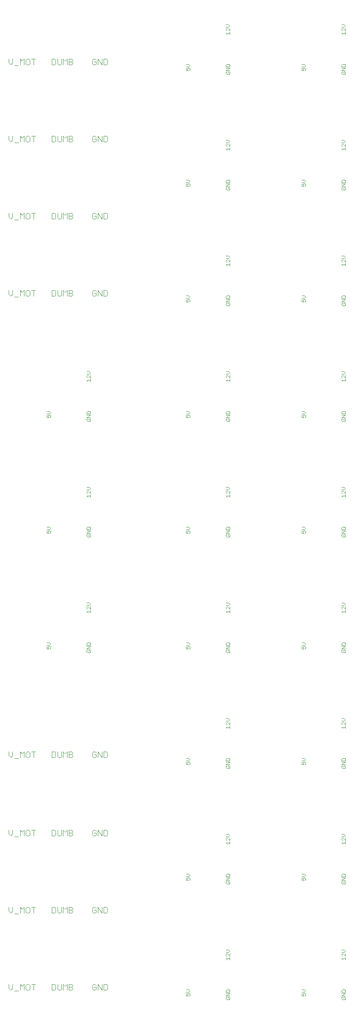
<source format=gto>
G75*
%MOIN*%
%OFA0B0*%
%FSLAX24Y24*%
%IPPOS*%
%LPD*%
%AMOC8*
5,1,8,0,0,1.08239X$1,22.5*
%
%ADD10C,0.0030*%
%ADD11C,0.0040*%
D10*
X028123Y041558D02*
X028317Y041558D01*
X028365Y041607D01*
X028365Y041703D01*
X028317Y041752D01*
X028220Y041752D01*
X028220Y041655D01*
X028123Y041558D02*
X028075Y041607D01*
X028075Y041703D01*
X028123Y041752D01*
X028075Y041853D02*
X028365Y042046D01*
X028075Y042046D01*
X028075Y042148D02*
X028075Y042293D01*
X028123Y042341D01*
X028317Y042341D01*
X028365Y042293D01*
X028365Y042148D01*
X028075Y042148D01*
X028075Y041853D02*
X028365Y041853D01*
X028365Y044758D02*
X028365Y044952D01*
X028365Y044855D02*
X028075Y044855D01*
X028172Y044758D01*
X028123Y045053D02*
X028075Y045101D01*
X028075Y045198D01*
X028123Y045246D01*
X028172Y045246D01*
X028365Y045053D01*
X028365Y045246D01*
X028268Y045348D02*
X028365Y045444D01*
X028268Y045541D01*
X028075Y045541D01*
X028075Y045348D02*
X028268Y045348D01*
X025165Y042250D02*
X025068Y042346D01*
X024875Y042346D01*
X024875Y042153D02*
X025068Y042153D01*
X025165Y042250D01*
X025117Y042052D02*
X025165Y042003D01*
X025165Y041907D01*
X025117Y041858D01*
X025020Y041858D02*
X024972Y041955D01*
X024972Y042003D01*
X025020Y042052D01*
X025117Y042052D01*
X025020Y041858D02*
X024875Y041858D01*
X024875Y042052D01*
X024875Y051158D02*
X025020Y051158D01*
X024972Y051255D01*
X024972Y051303D01*
X025020Y051352D01*
X025117Y051352D01*
X025165Y051303D01*
X025165Y051207D01*
X025117Y051158D01*
X024875Y051158D02*
X024875Y051352D01*
X024875Y051453D02*
X025068Y051453D01*
X025165Y051550D01*
X025068Y051646D01*
X024875Y051646D01*
X028075Y051593D02*
X028075Y051448D01*
X028365Y051448D01*
X028365Y051593D01*
X028317Y051641D01*
X028123Y051641D01*
X028075Y051593D01*
X028075Y051346D02*
X028365Y051346D01*
X028075Y051153D01*
X028365Y051153D01*
X028317Y051052D02*
X028220Y051052D01*
X028220Y050955D01*
X028317Y050858D02*
X028365Y050907D01*
X028365Y051003D01*
X028317Y051052D01*
X028317Y050858D02*
X028123Y050858D01*
X028075Y050907D01*
X028075Y051003D01*
X028123Y051052D01*
X028172Y054058D02*
X028075Y054155D01*
X028365Y054155D01*
X028365Y054058D02*
X028365Y054252D01*
X028365Y054353D02*
X028172Y054546D01*
X028123Y054546D01*
X028075Y054498D01*
X028075Y054401D01*
X028123Y054353D01*
X028365Y054353D02*
X028365Y054546D01*
X028268Y054648D02*
X028365Y054744D01*
X028268Y054841D01*
X028075Y054841D01*
X028075Y054648D02*
X028268Y054648D01*
X028317Y060158D02*
X028365Y060207D01*
X028365Y060303D01*
X028317Y060352D01*
X028220Y060352D01*
X028220Y060255D01*
X028123Y060158D02*
X028317Y060158D01*
X028123Y060158D02*
X028075Y060207D01*
X028075Y060303D01*
X028123Y060352D01*
X028075Y060453D02*
X028365Y060646D01*
X028075Y060646D01*
X028075Y060748D02*
X028075Y060893D01*
X028123Y060941D01*
X028317Y060941D01*
X028365Y060893D01*
X028365Y060748D01*
X028075Y060748D01*
X028075Y060453D02*
X028365Y060453D01*
X028365Y063358D02*
X028365Y063552D01*
X028365Y063455D02*
X028075Y063455D01*
X028172Y063358D01*
X028123Y063653D02*
X028075Y063701D01*
X028075Y063798D01*
X028123Y063846D01*
X028172Y063846D01*
X028365Y063653D01*
X028365Y063846D01*
X028268Y063948D02*
X028365Y064044D01*
X028268Y064141D01*
X028075Y064141D01*
X028075Y063948D02*
X028268Y063948D01*
X025165Y060850D02*
X025068Y060946D01*
X024875Y060946D01*
X024875Y060753D02*
X025068Y060753D01*
X025165Y060850D01*
X025117Y060652D02*
X025165Y060603D01*
X025165Y060507D01*
X025117Y060458D01*
X025020Y060458D02*
X024972Y060555D01*
X024972Y060603D01*
X025020Y060652D01*
X025117Y060652D01*
X025020Y060458D02*
X024875Y060458D01*
X024875Y060652D01*
X036075Y060652D02*
X036075Y060458D01*
X036220Y060458D01*
X036172Y060555D01*
X036172Y060603D01*
X036220Y060652D01*
X036317Y060652D01*
X036365Y060603D01*
X036365Y060507D01*
X036317Y060458D01*
X036268Y060753D02*
X036365Y060850D01*
X036268Y060946D01*
X036075Y060946D01*
X036075Y060753D02*
X036268Y060753D01*
X039275Y060748D02*
X039275Y060893D01*
X039323Y060941D01*
X039517Y060941D01*
X039565Y060893D01*
X039565Y060748D01*
X039275Y060748D01*
X039275Y060646D02*
X039565Y060646D01*
X039275Y060453D01*
X039565Y060453D01*
X039517Y060352D02*
X039420Y060352D01*
X039420Y060255D01*
X039517Y060158D02*
X039565Y060207D01*
X039565Y060303D01*
X039517Y060352D01*
X039517Y060158D02*
X039323Y060158D01*
X039275Y060207D01*
X039275Y060303D01*
X039323Y060352D01*
X039372Y063358D02*
X039275Y063455D01*
X039565Y063455D01*
X039565Y063358D02*
X039565Y063552D01*
X039565Y063653D02*
X039372Y063846D01*
X039323Y063846D01*
X039275Y063798D01*
X039275Y063701D01*
X039323Y063653D01*
X039565Y063653D02*
X039565Y063846D01*
X039468Y063948D02*
X039565Y064044D01*
X039468Y064141D01*
X039275Y064141D01*
X039275Y063948D02*
X039468Y063948D01*
X039517Y069458D02*
X039565Y069507D01*
X039565Y069603D01*
X039517Y069652D01*
X039420Y069652D01*
X039420Y069555D01*
X039323Y069458D02*
X039517Y069458D01*
X039323Y069458D02*
X039275Y069507D01*
X039275Y069603D01*
X039323Y069652D01*
X039275Y069753D02*
X039565Y069946D01*
X039275Y069946D01*
X039275Y070048D02*
X039275Y070193D01*
X039323Y070241D01*
X039517Y070241D01*
X039565Y070193D01*
X039565Y070048D01*
X039275Y070048D01*
X039275Y069753D02*
X039565Y069753D01*
X039565Y072658D02*
X039565Y072852D01*
X039565Y072755D02*
X039275Y072755D01*
X039372Y072658D01*
X039323Y072953D02*
X039275Y073001D01*
X039275Y073098D01*
X039323Y073146D01*
X039372Y073146D01*
X039565Y072953D01*
X039565Y073146D01*
X039468Y073248D02*
X039565Y073344D01*
X039468Y073441D01*
X039275Y073441D01*
X039275Y073248D02*
X039468Y073248D01*
X036365Y070150D02*
X036268Y070246D01*
X036075Y070246D01*
X036075Y070053D02*
X036268Y070053D01*
X036365Y070150D01*
X036317Y069952D02*
X036365Y069903D01*
X036365Y069807D01*
X036317Y069758D01*
X036220Y069758D02*
X036172Y069855D01*
X036172Y069903D01*
X036220Y069952D01*
X036317Y069952D01*
X036220Y069758D02*
X036075Y069758D01*
X036075Y069952D01*
X036075Y079058D02*
X036220Y079058D01*
X036172Y079155D01*
X036172Y079203D01*
X036220Y079252D01*
X036317Y079252D01*
X036365Y079203D01*
X036365Y079107D01*
X036317Y079058D01*
X036075Y079058D02*
X036075Y079252D01*
X036075Y079353D02*
X036268Y079353D01*
X036365Y079450D01*
X036268Y079546D01*
X036075Y079546D01*
X039275Y079493D02*
X039275Y079348D01*
X039565Y079348D01*
X039565Y079493D01*
X039517Y079541D01*
X039323Y079541D01*
X039275Y079493D01*
X039275Y079246D02*
X039565Y079246D01*
X039275Y079053D01*
X039565Y079053D01*
X039517Y078952D02*
X039420Y078952D01*
X039420Y078855D01*
X039517Y078758D02*
X039565Y078807D01*
X039565Y078903D01*
X039517Y078952D01*
X039517Y078758D02*
X039323Y078758D01*
X039275Y078807D01*
X039275Y078903D01*
X039323Y078952D01*
X039372Y081958D02*
X039275Y082055D01*
X039565Y082055D01*
X039565Y081958D02*
X039565Y082152D01*
X039565Y082253D02*
X039372Y082446D01*
X039323Y082446D01*
X039275Y082398D01*
X039275Y082301D01*
X039323Y082253D01*
X039565Y082253D02*
X039565Y082446D01*
X039468Y082548D02*
X039565Y082644D01*
X039468Y082741D01*
X039275Y082741D01*
X039275Y082548D02*
X039468Y082548D01*
X039517Y088058D02*
X039565Y088107D01*
X039565Y088203D01*
X039517Y088252D01*
X039420Y088252D01*
X039420Y088155D01*
X039323Y088058D02*
X039517Y088058D01*
X039323Y088058D02*
X039275Y088107D01*
X039275Y088203D01*
X039323Y088252D01*
X039275Y088353D02*
X039565Y088546D01*
X039275Y088546D01*
X039275Y088648D02*
X039275Y088793D01*
X039323Y088841D01*
X039517Y088841D01*
X039565Y088793D01*
X039565Y088648D01*
X039275Y088648D01*
X039275Y088353D02*
X039565Y088353D01*
X039565Y091258D02*
X039565Y091452D01*
X039565Y091355D02*
X039275Y091355D01*
X039372Y091258D01*
X039323Y091553D02*
X039275Y091601D01*
X039275Y091698D01*
X039323Y091746D01*
X039372Y091746D01*
X039565Y091553D01*
X039565Y091746D01*
X039468Y091848D02*
X039565Y091944D01*
X039468Y092041D01*
X039275Y092041D01*
X039275Y091848D02*
X039468Y091848D01*
X036365Y088750D02*
X036268Y088846D01*
X036075Y088846D01*
X036075Y088653D02*
X036268Y088653D01*
X036365Y088750D01*
X036317Y088552D02*
X036365Y088503D01*
X036365Y088407D01*
X036317Y088358D01*
X036220Y088358D02*
X036172Y088455D01*
X036172Y088503D01*
X036220Y088552D01*
X036317Y088552D01*
X036220Y088358D02*
X036075Y088358D01*
X036075Y088552D01*
X045375Y088552D02*
X045375Y088358D01*
X045520Y088358D01*
X045472Y088455D01*
X045472Y088503D01*
X045520Y088552D01*
X045617Y088552D01*
X045665Y088503D01*
X045665Y088407D01*
X045617Y088358D01*
X045568Y088653D02*
X045665Y088750D01*
X045568Y088846D01*
X045375Y088846D01*
X045375Y088653D02*
X045568Y088653D01*
X048575Y088648D02*
X048575Y088793D01*
X048623Y088841D01*
X048817Y088841D01*
X048865Y088793D01*
X048865Y088648D01*
X048575Y088648D01*
X048575Y088546D02*
X048865Y088546D01*
X048575Y088353D01*
X048865Y088353D01*
X048817Y088252D02*
X048720Y088252D01*
X048720Y088155D01*
X048817Y088058D02*
X048865Y088107D01*
X048865Y088203D01*
X048817Y088252D01*
X048817Y088058D02*
X048623Y088058D01*
X048575Y088107D01*
X048575Y088203D01*
X048623Y088252D01*
X048672Y091258D02*
X048575Y091355D01*
X048865Y091355D01*
X048865Y091258D02*
X048865Y091452D01*
X048865Y091553D02*
X048672Y091746D01*
X048623Y091746D01*
X048575Y091698D01*
X048575Y091601D01*
X048623Y091553D01*
X048865Y091553D02*
X048865Y091746D01*
X048768Y091848D02*
X048865Y091944D01*
X048768Y092041D01*
X048575Y092041D01*
X048575Y091848D02*
X048768Y091848D01*
X048768Y082741D02*
X048575Y082741D01*
X048768Y082741D02*
X048865Y082644D01*
X048768Y082548D01*
X048575Y082548D01*
X048623Y082446D02*
X048575Y082398D01*
X048575Y082301D01*
X048623Y082253D01*
X048623Y082446D02*
X048672Y082446D01*
X048865Y082253D01*
X048865Y082446D01*
X048865Y082152D02*
X048865Y081958D01*
X048865Y082055D02*
X048575Y082055D01*
X048672Y081958D01*
X048623Y079541D02*
X048575Y079493D01*
X048575Y079348D01*
X048865Y079348D01*
X048865Y079493D01*
X048817Y079541D01*
X048623Y079541D01*
X048575Y079246D02*
X048865Y079246D01*
X048575Y079053D01*
X048865Y079053D01*
X048817Y078952D02*
X048720Y078952D01*
X048720Y078855D01*
X048817Y078758D02*
X048865Y078807D01*
X048865Y078903D01*
X048817Y078952D01*
X048817Y078758D02*
X048623Y078758D01*
X048575Y078807D01*
X048575Y078903D01*
X048623Y078952D01*
X045665Y079107D02*
X045617Y079058D01*
X045665Y079107D02*
X045665Y079203D01*
X045617Y079252D01*
X045520Y079252D01*
X045472Y079203D01*
X045472Y079155D01*
X045520Y079058D01*
X045375Y079058D01*
X045375Y079252D01*
X045375Y079353D02*
X045568Y079353D01*
X045665Y079450D01*
X045568Y079546D01*
X045375Y079546D01*
X048575Y073441D02*
X048768Y073441D01*
X048865Y073344D01*
X048768Y073248D01*
X048575Y073248D01*
X048623Y073146D02*
X048575Y073098D01*
X048575Y073001D01*
X048623Y072953D01*
X048623Y073146D02*
X048672Y073146D01*
X048865Y072953D01*
X048865Y073146D01*
X048865Y072852D02*
X048865Y072658D01*
X048865Y072755D02*
X048575Y072755D01*
X048672Y072658D01*
X048623Y070241D02*
X048575Y070193D01*
X048575Y070048D01*
X048865Y070048D01*
X048865Y070193D01*
X048817Y070241D01*
X048623Y070241D01*
X048575Y069946D02*
X048865Y069946D01*
X048575Y069753D01*
X048865Y069753D01*
X048817Y069652D02*
X048720Y069652D01*
X048720Y069555D01*
X048817Y069458D02*
X048865Y069507D01*
X048865Y069603D01*
X048817Y069652D01*
X048817Y069458D02*
X048623Y069458D01*
X048575Y069507D01*
X048575Y069603D01*
X048623Y069652D01*
X045665Y069807D02*
X045617Y069758D01*
X045665Y069807D02*
X045665Y069903D01*
X045617Y069952D01*
X045520Y069952D01*
X045472Y069903D01*
X045472Y069855D01*
X045520Y069758D01*
X045375Y069758D01*
X045375Y069952D01*
X045375Y070053D02*
X045568Y070053D01*
X045665Y070150D01*
X045568Y070246D01*
X045375Y070246D01*
X048575Y064141D02*
X048768Y064141D01*
X048865Y064044D01*
X048768Y063948D01*
X048575Y063948D01*
X048623Y063846D02*
X048575Y063798D01*
X048575Y063701D01*
X048623Y063653D01*
X048623Y063846D02*
X048672Y063846D01*
X048865Y063653D01*
X048865Y063846D01*
X048865Y063552D02*
X048865Y063358D01*
X048865Y063455D02*
X048575Y063455D01*
X048672Y063358D01*
X048623Y060941D02*
X048575Y060893D01*
X048575Y060748D01*
X048865Y060748D01*
X048865Y060893D01*
X048817Y060941D01*
X048623Y060941D01*
X048575Y060646D02*
X048865Y060646D01*
X048575Y060453D01*
X048865Y060453D01*
X048817Y060352D02*
X048720Y060352D01*
X048720Y060255D01*
X048817Y060158D02*
X048865Y060207D01*
X048865Y060303D01*
X048817Y060352D01*
X048817Y060158D02*
X048623Y060158D01*
X048575Y060207D01*
X048575Y060303D01*
X048623Y060352D01*
X045665Y060507D02*
X045617Y060458D01*
X045665Y060507D02*
X045665Y060603D01*
X045617Y060652D01*
X045520Y060652D01*
X045472Y060603D01*
X045472Y060555D01*
X045520Y060458D01*
X045375Y060458D01*
X045375Y060652D01*
X045375Y060753D02*
X045568Y060753D01*
X045665Y060850D01*
X045568Y060946D01*
X045375Y060946D01*
X048575Y054841D02*
X048768Y054841D01*
X048865Y054744D01*
X048768Y054648D01*
X048575Y054648D01*
X048623Y054546D02*
X048575Y054498D01*
X048575Y054401D01*
X048623Y054353D01*
X048623Y054546D02*
X048672Y054546D01*
X048865Y054353D01*
X048865Y054546D01*
X048865Y054252D02*
X048865Y054058D01*
X048865Y054155D02*
X048575Y054155D01*
X048672Y054058D01*
X048623Y051641D02*
X048575Y051593D01*
X048575Y051448D01*
X048865Y051448D01*
X048865Y051593D01*
X048817Y051641D01*
X048623Y051641D01*
X048575Y051346D02*
X048865Y051346D01*
X048575Y051153D01*
X048865Y051153D01*
X048817Y051052D02*
X048720Y051052D01*
X048720Y050955D01*
X048817Y050858D02*
X048865Y050907D01*
X048865Y051003D01*
X048817Y051052D01*
X048817Y050858D02*
X048623Y050858D01*
X048575Y050907D01*
X048575Y051003D01*
X048623Y051052D01*
X045665Y051207D02*
X045617Y051158D01*
X045665Y051207D02*
X045665Y051303D01*
X045617Y051352D01*
X045520Y051352D01*
X045472Y051303D01*
X045472Y051255D01*
X045520Y051158D01*
X045375Y051158D01*
X045375Y051352D01*
X045375Y051453D02*
X045568Y051453D01*
X045665Y051550D01*
X045568Y051646D01*
X045375Y051646D01*
X048575Y045541D02*
X048768Y045541D01*
X048865Y045444D01*
X048768Y045348D01*
X048575Y045348D01*
X048623Y045246D02*
X048575Y045198D01*
X048575Y045101D01*
X048623Y045053D01*
X048623Y045246D02*
X048672Y045246D01*
X048865Y045053D01*
X048865Y045246D01*
X048865Y044952D02*
X048865Y044758D01*
X048865Y044855D02*
X048575Y044855D01*
X048672Y044758D01*
X048623Y042341D02*
X048575Y042293D01*
X048575Y042148D01*
X048865Y042148D01*
X048865Y042293D01*
X048817Y042341D01*
X048623Y042341D01*
X048575Y042046D02*
X048865Y042046D01*
X048575Y041853D01*
X048865Y041853D01*
X048817Y041752D02*
X048720Y041752D01*
X048720Y041655D01*
X048817Y041558D02*
X048865Y041607D01*
X048865Y041703D01*
X048817Y041752D01*
X048817Y041558D02*
X048623Y041558D01*
X048575Y041607D01*
X048575Y041703D01*
X048623Y041752D01*
X045665Y041907D02*
X045617Y041858D01*
X045665Y041907D02*
X045665Y042003D01*
X045617Y042052D01*
X045520Y042052D01*
X045472Y042003D01*
X045472Y041955D01*
X045520Y041858D01*
X045375Y041858D01*
X045375Y042052D01*
X045375Y042153D02*
X045568Y042153D01*
X045665Y042250D01*
X045568Y042346D01*
X045375Y042346D01*
X048575Y036241D02*
X048768Y036241D01*
X048865Y036144D01*
X048768Y036048D01*
X048575Y036048D01*
X048623Y035946D02*
X048575Y035898D01*
X048575Y035801D01*
X048623Y035753D01*
X048623Y035946D02*
X048672Y035946D01*
X048865Y035753D01*
X048865Y035946D01*
X048865Y035652D02*
X048865Y035458D01*
X048865Y035555D02*
X048575Y035555D01*
X048672Y035458D01*
X048623Y033041D02*
X048575Y032993D01*
X048575Y032848D01*
X048865Y032848D01*
X048865Y032993D01*
X048817Y033041D01*
X048623Y033041D01*
X048575Y032746D02*
X048865Y032746D01*
X048575Y032553D01*
X048865Y032553D01*
X048817Y032452D02*
X048720Y032452D01*
X048720Y032355D01*
X048817Y032258D02*
X048865Y032307D01*
X048865Y032403D01*
X048817Y032452D01*
X048817Y032258D02*
X048623Y032258D01*
X048575Y032307D01*
X048575Y032403D01*
X048623Y032452D01*
X045665Y032607D02*
X045617Y032558D01*
X045665Y032607D02*
X045665Y032703D01*
X045617Y032752D01*
X045520Y032752D01*
X045472Y032703D01*
X045472Y032655D01*
X045520Y032558D01*
X045375Y032558D01*
X045375Y032752D01*
X045375Y032853D02*
X045568Y032853D01*
X045665Y032950D01*
X045568Y033046D01*
X045375Y033046D01*
X048575Y026941D02*
X048768Y026941D01*
X048865Y026844D01*
X048768Y026748D01*
X048575Y026748D01*
X048623Y026646D02*
X048575Y026598D01*
X048575Y026501D01*
X048623Y026453D01*
X048623Y026646D02*
X048672Y026646D01*
X048865Y026453D01*
X048865Y026646D01*
X048865Y026352D02*
X048865Y026158D01*
X048865Y026255D02*
X048575Y026255D01*
X048672Y026158D01*
X048623Y023741D02*
X048575Y023693D01*
X048575Y023548D01*
X048865Y023548D01*
X048865Y023693D01*
X048817Y023741D01*
X048623Y023741D01*
X048575Y023446D02*
X048865Y023446D01*
X048575Y023253D01*
X048865Y023253D01*
X048817Y023152D02*
X048720Y023152D01*
X048720Y023055D01*
X048817Y022958D02*
X048865Y023007D01*
X048865Y023103D01*
X048817Y023152D01*
X048817Y022958D02*
X048623Y022958D01*
X048575Y023007D01*
X048575Y023103D01*
X048623Y023152D01*
X045665Y023307D02*
X045617Y023258D01*
X045665Y023307D02*
X045665Y023403D01*
X045617Y023452D01*
X045520Y023452D01*
X045472Y023403D01*
X045472Y023355D01*
X045520Y023258D01*
X045375Y023258D01*
X045375Y023452D01*
X045375Y023553D02*
X045568Y023553D01*
X045665Y023650D01*
X045568Y023746D01*
X045375Y023746D01*
X048575Y017641D02*
X048768Y017641D01*
X048865Y017544D01*
X048768Y017448D01*
X048575Y017448D01*
X048623Y017346D02*
X048575Y017298D01*
X048575Y017201D01*
X048623Y017153D01*
X048623Y017346D02*
X048672Y017346D01*
X048865Y017153D01*
X048865Y017346D01*
X048865Y017052D02*
X048865Y016858D01*
X048865Y016955D02*
X048575Y016955D01*
X048672Y016858D01*
X048623Y014441D02*
X048575Y014393D01*
X048575Y014248D01*
X048865Y014248D01*
X048865Y014393D01*
X048817Y014441D01*
X048623Y014441D01*
X048575Y014146D02*
X048865Y014146D01*
X048575Y013953D01*
X048865Y013953D01*
X048817Y013852D02*
X048720Y013852D01*
X048720Y013755D01*
X048817Y013658D02*
X048865Y013707D01*
X048865Y013803D01*
X048817Y013852D01*
X048817Y013658D02*
X048623Y013658D01*
X048575Y013707D01*
X048575Y013803D01*
X048623Y013852D01*
X045665Y014007D02*
X045617Y013958D01*
X045665Y014007D02*
X045665Y014103D01*
X045617Y014152D01*
X045520Y014152D01*
X045472Y014103D01*
X045472Y014055D01*
X045520Y013958D01*
X045375Y013958D01*
X045375Y014152D01*
X045375Y014253D02*
X045568Y014253D01*
X045665Y014350D01*
X045568Y014446D01*
X045375Y014446D01*
X039565Y014393D02*
X039517Y014441D01*
X039323Y014441D01*
X039275Y014393D01*
X039275Y014248D01*
X039565Y014248D01*
X039565Y014393D01*
X039565Y014146D02*
X039275Y014146D01*
X039275Y013953D02*
X039565Y014146D01*
X039565Y013953D02*
X039275Y013953D01*
X039323Y013852D02*
X039275Y013803D01*
X039275Y013707D01*
X039323Y013658D01*
X039517Y013658D01*
X039565Y013707D01*
X039565Y013803D01*
X039517Y013852D01*
X039420Y013852D01*
X039420Y013755D01*
X039372Y016858D02*
X039275Y016955D01*
X039565Y016955D01*
X039565Y016858D02*
X039565Y017052D01*
X039565Y017153D02*
X039372Y017346D01*
X039323Y017346D01*
X039275Y017298D01*
X039275Y017201D01*
X039323Y017153D01*
X039565Y017153D02*
X039565Y017346D01*
X039468Y017448D02*
X039565Y017544D01*
X039468Y017641D01*
X039275Y017641D01*
X039275Y017448D02*
X039468Y017448D01*
X036365Y014350D02*
X036268Y014446D01*
X036075Y014446D01*
X036075Y014253D02*
X036268Y014253D01*
X036365Y014350D01*
X036317Y014152D02*
X036365Y014103D01*
X036365Y014007D01*
X036317Y013958D01*
X036220Y013958D02*
X036172Y014055D01*
X036172Y014103D01*
X036220Y014152D01*
X036317Y014152D01*
X036220Y013958D02*
X036075Y013958D01*
X036075Y014152D01*
X036075Y023258D02*
X036220Y023258D01*
X036172Y023355D01*
X036172Y023403D01*
X036220Y023452D01*
X036317Y023452D01*
X036365Y023403D01*
X036365Y023307D01*
X036317Y023258D01*
X036075Y023258D02*
X036075Y023452D01*
X036075Y023553D02*
X036268Y023553D01*
X036365Y023650D01*
X036268Y023746D01*
X036075Y023746D01*
X039275Y023693D02*
X039275Y023548D01*
X039565Y023548D01*
X039565Y023693D01*
X039517Y023741D01*
X039323Y023741D01*
X039275Y023693D01*
X039275Y023446D02*
X039565Y023446D01*
X039275Y023253D01*
X039565Y023253D01*
X039517Y023152D02*
X039420Y023152D01*
X039420Y023055D01*
X039517Y022958D02*
X039565Y023007D01*
X039565Y023103D01*
X039517Y023152D01*
X039517Y022958D02*
X039323Y022958D01*
X039275Y023007D01*
X039275Y023103D01*
X039323Y023152D01*
X039372Y026158D02*
X039275Y026255D01*
X039565Y026255D01*
X039565Y026158D02*
X039565Y026352D01*
X039565Y026453D02*
X039372Y026646D01*
X039323Y026646D01*
X039275Y026598D01*
X039275Y026501D01*
X039323Y026453D01*
X039565Y026453D02*
X039565Y026646D01*
X039468Y026748D02*
X039565Y026844D01*
X039468Y026941D01*
X039275Y026941D01*
X039275Y026748D02*
X039468Y026748D01*
X039517Y032258D02*
X039565Y032307D01*
X039565Y032403D01*
X039517Y032452D01*
X039420Y032452D01*
X039420Y032355D01*
X039323Y032258D02*
X039517Y032258D01*
X039323Y032258D02*
X039275Y032307D01*
X039275Y032403D01*
X039323Y032452D01*
X039275Y032553D02*
X039565Y032746D01*
X039275Y032746D01*
X039275Y032848D02*
X039275Y032993D01*
X039323Y033041D01*
X039517Y033041D01*
X039565Y032993D01*
X039565Y032848D01*
X039275Y032848D01*
X039275Y032553D02*
X039565Y032553D01*
X039565Y035458D02*
X039565Y035652D01*
X039565Y035555D02*
X039275Y035555D01*
X039372Y035458D01*
X039323Y035753D02*
X039275Y035801D01*
X039275Y035898D01*
X039323Y035946D01*
X039372Y035946D01*
X039565Y035753D01*
X039565Y035946D01*
X039468Y036048D02*
X039565Y036144D01*
X039468Y036241D01*
X039275Y036241D01*
X039275Y036048D02*
X039468Y036048D01*
X036365Y032950D02*
X036268Y033046D01*
X036075Y033046D01*
X036075Y032853D02*
X036268Y032853D01*
X036365Y032950D01*
X036317Y032752D02*
X036365Y032703D01*
X036365Y032607D01*
X036317Y032558D01*
X036220Y032558D02*
X036172Y032655D01*
X036172Y032703D01*
X036220Y032752D01*
X036317Y032752D01*
X036220Y032558D02*
X036075Y032558D01*
X036075Y032752D01*
X039323Y041558D02*
X039517Y041558D01*
X039565Y041607D01*
X039565Y041703D01*
X039517Y041752D01*
X039420Y041752D01*
X039420Y041655D01*
X039323Y041558D02*
X039275Y041607D01*
X039275Y041703D01*
X039323Y041752D01*
X039275Y041853D02*
X039565Y042046D01*
X039275Y042046D01*
X039275Y042148D02*
X039275Y042293D01*
X039323Y042341D01*
X039517Y042341D01*
X039565Y042293D01*
X039565Y042148D01*
X039275Y042148D01*
X039275Y041853D02*
X039565Y041853D01*
X039565Y044758D02*
X039565Y044952D01*
X039565Y044855D02*
X039275Y044855D01*
X039372Y044758D01*
X039323Y045053D02*
X039275Y045101D01*
X039275Y045198D01*
X039323Y045246D01*
X039372Y045246D01*
X039565Y045053D01*
X039565Y045246D01*
X039468Y045348D02*
X039565Y045444D01*
X039468Y045541D01*
X039275Y045541D01*
X039275Y045348D02*
X039468Y045348D01*
X036365Y042250D02*
X036268Y042346D01*
X036075Y042346D01*
X036075Y042153D02*
X036268Y042153D01*
X036365Y042250D01*
X036317Y042052D02*
X036365Y042003D01*
X036365Y041907D01*
X036317Y041858D01*
X036220Y041858D02*
X036172Y041955D01*
X036172Y042003D01*
X036220Y042052D01*
X036317Y042052D01*
X036220Y041858D02*
X036075Y041858D01*
X036075Y042052D01*
X036075Y051158D02*
X036220Y051158D01*
X036172Y051255D01*
X036172Y051303D01*
X036220Y051352D01*
X036317Y051352D01*
X036365Y051303D01*
X036365Y051207D01*
X036317Y051158D01*
X036075Y051158D02*
X036075Y051352D01*
X036075Y051453D02*
X036268Y051453D01*
X036365Y051550D01*
X036268Y051646D01*
X036075Y051646D01*
X039275Y051593D02*
X039275Y051448D01*
X039565Y051448D01*
X039565Y051593D01*
X039517Y051641D01*
X039323Y051641D01*
X039275Y051593D01*
X039275Y051346D02*
X039565Y051346D01*
X039275Y051153D01*
X039565Y051153D01*
X039517Y051052D02*
X039420Y051052D01*
X039420Y050955D01*
X039517Y050858D02*
X039565Y050907D01*
X039565Y051003D01*
X039517Y051052D01*
X039517Y050858D02*
X039323Y050858D01*
X039275Y050907D01*
X039275Y051003D01*
X039323Y051052D01*
X039372Y054058D02*
X039275Y054155D01*
X039565Y054155D01*
X039565Y054058D02*
X039565Y054252D01*
X039565Y054353D02*
X039372Y054546D01*
X039323Y054546D01*
X039275Y054498D01*
X039275Y054401D01*
X039323Y054353D01*
X039565Y054353D02*
X039565Y054546D01*
X039468Y054648D02*
X039565Y054744D01*
X039468Y054841D01*
X039275Y054841D01*
X039275Y054648D02*
X039468Y054648D01*
D11*
X021798Y014567D02*
X021951Y014413D01*
X022105Y014567D01*
X022105Y014874D01*
X021798Y014874D02*
X021798Y014567D01*
X022258Y014337D02*
X022565Y014337D01*
X022719Y014413D02*
X022719Y014874D01*
X022872Y014720D01*
X023026Y014874D01*
X023026Y014413D01*
X023179Y014490D02*
X023256Y014413D01*
X023409Y014413D01*
X023486Y014490D01*
X023486Y014797D01*
X023409Y014874D01*
X023256Y014874D01*
X023179Y014797D01*
X023179Y014490D01*
X023640Y014874D02*
X023947Y014874D01*
X023793Y014874D02*
X023793Y014413D01*
X025258Y014413D02*
X025489Y014413D01*
X025565Y014490D01*
X025565Y014797D01*
X025489Y014874D01*
X025258Y014874D01*
X025258Y014413D01*
X025719Y014490D02*
X025796Y014413D01*
X025949Y014413D01*
X026026Y014490D01*
X026026Y014874D01*
X026179Y014874D02*
X026333Y014720D01*
X026486Y014874D01*
X026486Y014413D01*
X026640Y014413D02*
X026870Y014413D01*
X026947Y014490D01*
X026947Y014567D01*
X026870Y014644D01*
X026640Y014644D01*
X026640Y014874D02*
X026870Y014874D01*
X026947Y014797D01*
X026947Y014720D01*
X026870Y014644D01*
X026640Y014413D02*
X026640Y014874D01*
X026179Y014874D02*
X026179Y014413D01*
X025719Y014490D02*
X025719Y014874D01*
X028519Y014797D02*
X028519Y014490D01*
X028596Y014413D01*
X028749Y014413D01*
X028826Y014490D01*
X028826Y014644D01*
X028672Y014644D01*
X028519Y014797D02*
X028596Y014874D01*
X028749Y014874D01*
X028826Y014797D01*
X028979Y014874D02*
X029286Y014413D01*
X029286Y014874D01*
X029440Y014874D02*
X029670Y014874D01*
X029747Y014797D01*
X029747Y014490D01*
X029670Y014413D01*
X029440Y014413D01*
X029440Y014874D01*
X028979Y014874D02*
X028979Y014413D01*
X028979Y020613D02*
X028979Y021074D01*
X029286Y020613D01*
X029286Y021074D01*
X029440Y021074D02*
X029670Y021074D01*
X029747Y020997D01*
X029747Y020690D01*
X029670Y020613D01*
X029440Y020613D01*
X029440Y021074D01*
X028826Y020997D02*
X028749Y021074D01*
X028596Y021074D01*
X028519Y020997D01*
X028519Y020690D01*
X028596Y020613D01*
X028749Y020613D01*
X028826Y020690D01*
X028826Y020844D01*
X028672Y020844D01*
X026947Y020920D02*
X026870Y020844D01*
X026640Y020844D01*
X026640Y021074D02*
X026870Y021074D01*
X026947Y020997D01*
X026947Y020920D01*
X026870Y020844D02*
X026947Y020767D01*
X026947Y020690D01*
X026870Y020613D01*
X026640Y020613D01*
X026640Y021074D01*
X026486Y021074D02*
X026486Y020613D01*
X026179Y020613D02*
X026179Y021074D01*
X026333Y020920D01*
X026486Y021074D01*
X026026Y021074D02*
X026026Y020690D01*
X025949Y020613D01*
X025796Y020613D01*
X025719Y020690D01*
X025719Y021074D01*
X025565Y020997D02*
X025489Y021074D01*
X025258Y021074D01*
X025258Y020613D01*
X025489Y020613D01*
X025565Y020690D01*
X025565Y020997D01*
X023947Y021074D02*
X023640Y021074D01*
X023793Y021074D02*
X023793Y020613D01*
X023486Y020690D02*
X023486Y020997D01*
X023409Y021074D01*
X023256Y021074D01*
X023179Y020997D01*
X023179Y020690D01*
X023256Y020613D01*
X023409Y020613D01*
X023486Y020690D01*
X023026Y020613D02*
X023026Y021074D01*
X022872Y020920D01*
X022719Y021074D01*
X022719Y020613D01*
X022565Y020537D02*
X022258Y020537D01*
X022105Y020767D02*
X022105Y021074D01*
X021798Y021074D02*
X021798Y020767D01*
X021951Y020613D01*
X022105Y020767D01*
X022258Y026737D02*
X022565Y026737D01*
X022719Y026813D02*
X022719Y027274D01*
X022872Y027120D01*
X023026Y027274D01*
X023026Y026813D01*
X023179Y026890D02*
X023256Y026813D01*
X023409Y026813D01*
X023486Y026890D01*
X023486Y027197D01*
X023409Y027274D01*
X023256Y027274D01*
X023179Y027197D01*
X023179Y026890D01*
X023640Y027274D02*
X023947Y027274D01*
X023793Y027274D02*
X023793Y026813D01*
X025258Y026813D02*
X025489Y026813D01*
X025565Y026890D01*
X025565Y027197D01*
X025489Y027274D01*
X025258Y027274D01*
X025258Y026813D01*
X025719Y026890D02*
X025796Y026813D01*
X025949Y026813D01*
X026026Y026890D01*
X026026Y027274D01*
X026179Y027274D02*
X026333Y027120D01*
X026486Y027274D01*
X026486Y026813D01*
X026640Y026813D02*
X026870Y026813D01*
X026947Y026890D01*
X026947Y026967D01*
X026870Y027044D01*
X026640Y027044D01*
X026640Y027274D02*
X026870Y027274D01*
X026947Y027197D01*
X026947Y027120D01*
X026870Y027044D01*
X026640Y026813D02*
X026640Y027274D01*
X026179Y027274D02*
X026179Y026813D01*
X025719Y026890D02*
X025719Y027274D01*
X028519Y027197D02*
X028519Y026890D01*
X028596Y026813D01*
X028749Y026813D01*
X028826Y026890D01*
X028826Y027044D01*
X028672Y027044D01*
X028519Y027197D02*
X028596Y027274D01*
X028749Y027274D01*
X028826Y027197D01*
X028979Y027274D02*
X029286Y026813D01*
X029286Y027274D01*
X029440Y027274D02*
X029670Y027274D01*
X029747Y027197D01*
X029747Y026890D01*
X029670Y026813D01*
X029440Y026813D01*
X029440Y027274D01*
X028979Y027274D02*
X028979Y026813D01*
X028979Y033113D02*
X028979Y033574D01*
X029286Y033113D01*
X029286Y033574D01*
X029440Y033574D02*
X029440Y033113D01*
X029670Y033113D01*
X029747Y033190D01*
X029747Y033497D01*
X029670Y033574D01*
X029440Y033574D01*
X028826Y033497D02*
X028749Y033574D01*
X028596Y033574D01*
X028519Y033497D01*
X028519Y033190D01*
X028596Y033113D01*
X028749Y033113D01*
X028826Y033190D01*
X028826Y033344D01*
X028672Y033344D01*
X026947Y033420D02*
X026870Y033344D01*
X026640Y033344D01*
X026640Y033574D02*
X026870Y033574D01*
X026947Y033497D01*
X026947Y033420D01*
X026870Y033344D02*
X026947Y033267D01*
X026947Y033190D01*
X026870Y033113D01*
X026640Y033113D01*
X026640Y033574D01*
X026486Y033574D02*
X026486Y033113D01*
X026179Y033113D02*
X026179Y033574D01*
X026333Y033420D01*
X026486Y033574D01*
X026026Y033574D02*
X026026Y033190D01*
X025949Y033113D01*
X025796Y033113D01*
X025719Y033190D01*
X025719Y033574D01*
X025565Y033497D02*
X025489Y033574D01*
X025258Y033574D01*
X025258Y033113D01*
X025489Y033113D01*
X025565Y033190D01*
X025565Y033497D01*
X023947Y033574D02*
X023640Y033574D01*
X023793Y033574D02*
X023793Y033113D01*
X023486Y033190D02*
X023409Y033113D01*
X023256Y033113D01*
X023179Y033190D01*
X023179Y033497D01*
X023256Y033574D01*
X023409Y033574D01*
X023486Y033497D01*
X023486Y033190D01*
X023026Y033113D02*
X023026Y033574D01*
X022872Y033420D01*
X022719Y033574D01*
X022719Y033113D01*
X022565Y033037D02*
X022258Y033037D01*
X022105Y033267D02*
X021951Y033113D01*
X021798Y033267D01*
X021798Y033574D01*
X022105Y033574D02*
X022105Y033267D01*
X022105Y027274D02*
X022105Y026967D01*
X021951Y026813D01*
X021798Y026967D01*
X021798Y027274D01*
X022258Y070137D02*
X022565Y070137D01*
X022719Y070213D02*
X022719Y070674D01*
X022872Y070520D01*
X023026Y070674D01*
X023026Y070213D01*
X023179Y070290D02*
X023256Y070213D01*
X023409Y070213D01*
X023486Y070290D01*
X023486Y070597D01*
X023409Y070674D01*
X023256Y070674D01*
X023179Y070597D01*
X023179Y070290D01*
X023640Y070674D02*
X023947Y070674D01*
X023793Y070674D02*
X023793Y070213D01*
X025258Y070213D02*
X025489Y070213D01*
X025565Y070290D01*
X025565Y070597D01*
X025489Y070674D01*
X025258Y070674D01*
X025258Y070213D01*
X025719Y070290D02*
X025719Y070674D01*
X026026Y070674D02*
X026026Y070290D01*
X025949Y070213D01*
X025796Y070213D01*
X025719Y070290D01*
X026179Y070213D02*
X026179Y070674D01*
X026333Y070520D01*
X026486Y070674D01*
X026486Y070213D01*
X026640Y070213D02*
X026870Y070213D01*
X026947Y070290D01*
X026947Y070367D01*
X026870Y070444D01*
X026640Y070444D01*
X026640Y070674D02*
X026640Y070213D01*
X026870Y070444D02*
X026947Y070520D01*
X026947Y070597D01*
X026870Y070674D01*
X026640Y070674D01*
X028519Y070597D02*
X028519Y070290D01*
X028596Y070213D01*
X028749Y070213D01*
X028826Y070290D01*
X028826Y070444D01*
X028672Y070444D01*
X028519Y070597D02*
X028596Y070674D01*
X028749Y070674D01*
X028826Y070597D01*
X028979Y070674D02*
X029286Y070213D01*
X029286Y070674D01*
X029440Y070674D02*
X029440Y070213D01*
X029670Y070213D01*
X029747Y070290D01*
X029747Y070597D01*
X029670Y070674D01*
X029440Y070674D01*
X028979Y070674D02*
X028979Y070213D01*
X028979Y076413D02*
X028979Y076874D01*
X029286Y076413D01*
X029286Y076874D01*
X029440Y076874D02*
X029670Y076874D01*
X029747Y076797D01*
X029747Y076490D01*
X029670Y076413D01*
X029440Y076413D01*
X029440Y076874D01*
X028826Y076797D02*
X028749Y076874D01*
X028596Y076874D01*
X028519Y076797D01*
X028519Y076490D01*
X028596Y076413D01*
X028749Y076413D01*
X028826Y076490D01*
X028826Y076644D01*
X028672Y076644D01*
X026947Y076720D02*
X026870Y076644D01*
X026640Y076644D01*
X026640Y076874D02*
X026870Y076874D01*
X026947Y076797D01*
X026947Y076720D01*
X026870Y076644D02*
X026947Y076567D01*
X026947Y076490D01*
X026870Y076413D01*
X026640Y076413D01*
X026640Y076874D01*
X026486Y076874D02*
X026486Y076413D01*
X026179Y076413D02*
X026179Y076874D01*
X026333Y076720D01*
X026486Y076874D01*
X026026Y076874D02*
X026026Y076490D01*
X025949Y076413D01*
X025796Y076413D01*
X025719Y076490D01*
X025719Y076874D01*
X025565Y076797D02*
X025489Y076874D01*
X025258Y076874D01*
X025258Y076413D01*
X025489Y076413D01*
X025565Y076490D01*
X025565Y076797D01*
X023947Y076874D02*
X023640Y076874D01*
X023793Y076874D02*
X023793Y076413D01*
X023486Y076490D02*
X023486Y076797D01*
X023409Y076874D01*
X023256Y076874D01*
X023179Y076797D01*
X023179Y076490D01*
X023256Y076413D01*
X023409Y076413D01*
X023486Y076490D01*
X023026Y076413D02*
X023026Y076874D01*
X022872Y076720D01*
X022719Y076874D01*
X022719Y076413D01*
X022565Y076337D02*
X022258Y076337D01*
X022105Y076567D02*
X022105Y076874D01*
X021798Y076874D02*
X021798Y076567D01*
X021951Y076413D01*
X022105Y076567D01*
X022105Y070674D02*
X022105Y070367D01*
X021951Y070213D01*
X021798Y070367D01*
X021798Y070674D01*
X022258Y082537D02*
X022565Y082537D01*
X022719Y082613D02*
X022719Y083074D01*
X022872Y082920D01*
X023026Y083074D01*
X023026Y082613D01*
X023179Y082690D02*
X023256Y082613D01*
X023409Y082613D01*
X023486Y082690D01*
X023486Y082997D01*
X023409Y083074D01*
X023256Y083074D01*
X023179Y082997D01*
X023179Y082690D01*
X023640Y083074D02*
X023947Y083074D01*
X023793Y083074D02*
X023793Y082613D01*
X025258Y082613D02*
X025489Y082613D01*
X025565Y082690D01*
X025565Y082997D01*
X025489Y083074D01*
X025258Y083074D01*
X025258Y082613D01*
X025719Y082690D02*
X025796Y082613D01*
X025949Y082613D01*
X026026Y082690D01*
X026026Y083074D01*
X026179Y083074D02*
X026333Y082920D01*
X026486Y083074D01*
X026486Y082613D01*
X026640Y082613D02*
X026870Y082613D01*
X026947Y082690D01*
X026947Y082767D01*
X026870Y082844D01*
X026640Y082844D01*
X026640Y083074D02*
X026870Y083074D01*
X026947Y082997D01*
X026947Y082920D01*
X026870Y082844D01*
X026640Y082613D02*
X026640Y083074D01*
X026179Y083074D02*
X026179Y082613D01*
X025719Y082690D02*
X025719Y083074D01*
X028519Y082997D02*
X028519Y082690D01*
X028596Y082613D01*
X028749Y082613D01*
X028826Y082690D01*
X028826Y082844D01*
X028672Y082844D01*
X028519Y082997D02*
X028596Y083074D01*
X028749Y083074D01*
X028826Y082997D01*
X028979Y083074D02*
X029286Y082613D01*
X029286Y083074D01*
X029440Y083074D02*
X029670Y083074D01*
X029747Y082997D01*
X029747Y082690D01*
X029670Y082613D01*
X029440Y082613D01*
X029440Y083074D01*
X028979Y083074D02*
X028979Y082613D01*
X028979Y088813D02*
X028979Y089274D01*
X029286Y088813D01*
X029286Y089274D01*
X029440Y089274D02*
X029670Y089274D01*
X029747Y089197D01*
X029747Y088890D01*
X029670Y088813D01*
X029440Y088813D01*
X029440Y089274D01*
X028826Y089197D02*
X028749Y089274D01*
X028596Y089274D01*
X028519Y089197D01*
X028519Y088890D01*
X028596Y088813D01*
X028749Y088813D01*
X028826Y088890D01*
X028826Y089044D01*
X028672Y089044D01*
X026947Y089120D02*
X026870Y089044D01*
X026640Y089044D01*
X026640Y089274D02*
X026870Y089274D01*
X026947Y089197D01*
X026947Y089120D01*
X026870Y089044D02*
X026947Y088967D01*
X026947Y088890D01*
X026870Y088813D01*
X026640Y088813D01*
X026640Y089274D01*
X026486Y089274D02*
X026486Y088813D01*
X026179Y088813D02*
X026179Y089274D01*
X026333Y089120D01*
X026486Y089274D01*
X026026Y089274D02*
X026026Y088890D01*
X025949Y088813D01*
X025796Y088813D01*
X025719Y088890D01*
X025719Y089274D01*
X025565Y089197D02*
X025489Y089274D01*
X025258Y089274D01*
X025258Y088813D01*
X025489Y088813D01*
X025565Y088890D01*
X025565Y089197D01*
X023947Y089274D02*
X023640Y089274D01*
X023793Y089274D02*
X023793Y088813D01*
X023486Y088890D02*
X023486Y089197D01*
X023409Y089274D01*
X023256Y089274D01*
X023179Y089197D01*
X023179Y088890D01*
X023256Y088813D01*
X023409Y088813D01*
X023486Y088890D01*
X023026Y088813D02*
X023026Y089274D01*
X022872Y089120D01*
X022719Y089274D01*
X022719Y088813D01*
X022565Y088737D02*
X022258Y088737D01*
X022105Y088967D02*
X022105Y089274D01*
X021798Y089274D02*
X021798Y088967D01*
X021951Y088813D01*
X022105Y088967D01*
X022105Y083074D02*
X022105Y082767D01*
X021951Y082613D01*
X021798Y082767D01*
X021798Y083074D01*
M02*

</source>
